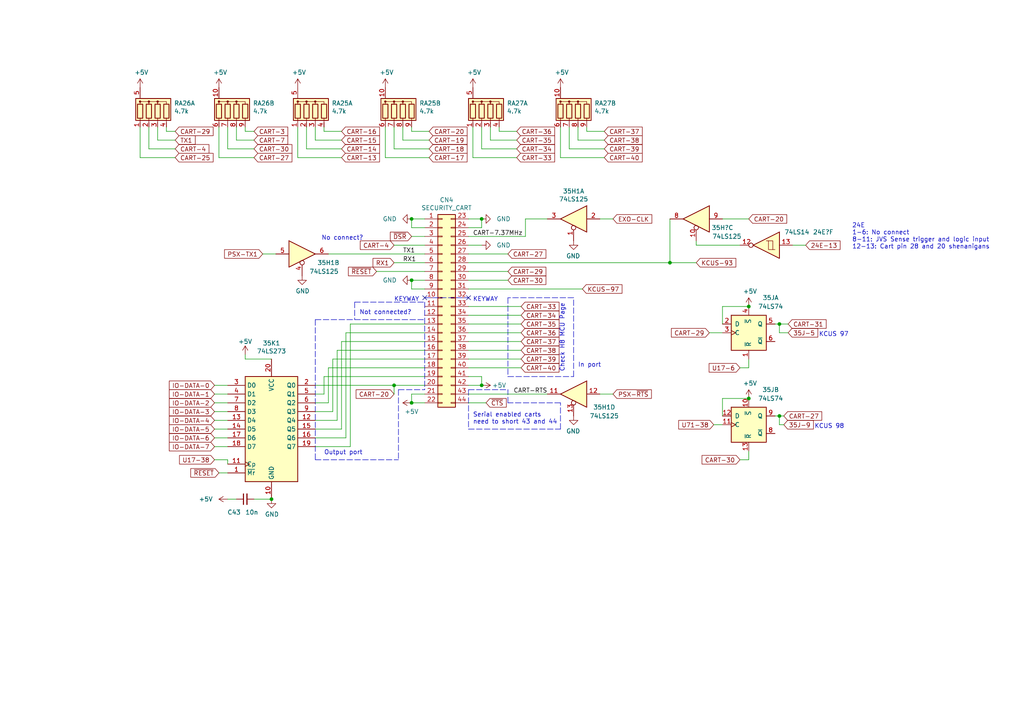
<source format=kicad_sch>
(kicad_sch (version 20211123) (generator eeschema)
  (paper "A4")
  (lib_symbols
    (symbol "74xx:74LS125" (pin_names (offset 1.016))
      (property "Reference" "U" (at 0 1.27 0))
      (property "Value" "74LS125" (at 0 -1.27 0))
      (symbol "74LS125_1_0"
        (polyline (pts (xy -3.81 3.81) (xy -3.81 -3.81) (xy 3.81 0) (xy -3.81 3.81)) (stroke (width 0.254)) (fill (type background)))
        (pin input inverted (at 0 -6.35 90) (length 4.445) (name "~") (number "1"))
        (pin input line (at -7.62 0 0) (length 3.81) (name "~") (number "2"))
        (pin tri_state line (at 7.62 0 180) (length 3.81) (name "~") (number "3"))
      )
      (symbol "74LS125_2_0"
        (polyline (pts (xy -3.81 3.81) (xy -3.81 -3.81) (xy 3.81 0) (xy -3.81 3.81)) (stroke (width 0.254)) (fill (type background)))
        (pin input inverted (at 0 -6.35 90) (length 4.445) (name "~") (number "4"))
        (pin input line (at -7.62 0 0) (length 3.81) (name "~") (number "5"))
        (pin tri_state line (at 7.62 0 180) (length 3.81) (name "~") (number "6"))
      )
      (symbol "74LS125_3_0"
        (polyline (pts (xy -3.81 3.81) (xy -3.81 -3.81) (xy 3.81 0) (xy -3.81 3.81)) (stroke (width 0.254)) (fill (type background)))
        (pin input inverted (at 0 -6.35 90) (length 4.445) (name "~") (number "10"))
        (pin tri_state line (at 7.62 0 180) (length 3.81) (name "~") (number "8"))
        (pin input line (at -7.62 0 0) (length 3.81) (name "~") (number "9"))
      )
      (symbol "74LS125_4_0"
        (polyline (pts (xy -3.81 3.81) (xy -3.81 -3.81) (xy 3.81 0) (xy -3.81 3.81)) (stroke (width 0.254)) (fill (type background)))
        (pin tri_state line (at 7.62 0 180) (length 3.81) (name "~") (number "11"))
        (pin input line (at -7.62 0 0) (length 3.81) (name "~") (number "12"))
        (pin input inverted (at 0 -6.35 90) (length 4.445) (name "~") (number "13"))
      )
      (symbol "74LS125_5_0"
        (pin power_in line (at 0 12.7 270) (length 5.08) (name "VCC") (number "14"))
        (pin power_in line (at 0 -12.7 90) (length 5.08) (name "GND") (number "7"))
      )
      (symbol "74LS125_5_1"
        (rectangle (start -5.08 7.62) (end 5.08 -7.62) (stroke (width 0.254)) (fill (type background)))
      )
    )
    (symbol "74xx:74LS14" (pin_names (offset 1.016))
      (property "Reference" "U" (at 0 1.27 0))
      (property "Value" "74LS14" (at 0 -1.27 0))
      (symbol "74LS14_1_0"
        (polyline (pts (xy -3.81 3.81) (xy -3.81 -3.81) (xy 3.81 0) (xy -3.81 3.81)) (stroke (width 0.254)) (fill (type background)))
        (pin input line (at -7.62 0 0) (length 3.81) (name "~") (number "1"))
        (pin output inverted (at 7.62 0 180) (length 3.81) (name "~") (number "2"))
      )
      (symbol "74LS14_1_1"
        (polyline (pts (xy -1.905 -1.27) (xy -1.905 1.27) (xy -0.635 1.27)))
        (polyline (pts (xy -2.54 -1.27) (xy -0.635 -1.27) (xy -0.635 1.27) (xy 0 1.27)))
      )
      (symbol "74LS14_2_0"
        (polyline (pts (xy -3.81 3.81) (xy -3.81 -3.81) (xy 3.81 0) (xy -3.81 3.81)) (stroke (width 0.254)) (fill (type background)))
        (pin input line (at -7.62 0 0) (length 3.81) (name "~") (number "3"))
        (pin output inverted (at 7.62 0 180) (length 3.81) (name "~") (number "4"))
      )
      (symbol "74LS14_2_1"
        (polyline (pts (xy -1.905 -1.27) (xy -1.905 1.27) (xy -0.635 1.27)))
        (polyline (pts (xy -2.54 -1.27) (xy -0.635 -1.27) (xy -0.635 1.27) (xy 0 1.27)))
      )
      (symbol "74LS14_3_0"
        (polyline (pts (xy -3.81 3.81) (xy -3.81 -3.81) (xy 3.81 0) (xy -3.81 3.81)) (stroke (width 0.254)) (fill (type background)))
        (pin input line (at -7.62 0 0) (length 3.81) (name "~") (number "5"))
        (pin output inverted (at 7.62 0 180) (length 3.81) (name "~") (number "6"))
      )
      (symbol "74LS14_3_1"
        (polyline (pts (xy -1.905 -1.27) (xy -1.905 1.27) (xy -0.635 1.27)))
        (polyline (pts (xy -2.54 -1.27) (xy -0.635 -1.27) (xy -0.635 1.27) (xy 0 1.27)))
      )
      (symbol "74LS14_4_0"
        (polyline (pts (xy -3.81 3.81) (xy -3.81 -3.81) (xy 3.81 0) (xy -3.81 3.81)) (stroke (width 0.254)) (fill (type background)))
        (pin output inverted (at 7.62 0 180) (length 3.81) (name "~") (number "8"))
        (pin input line (at -7.62 0 0) (length 3.81) (name "~") (number "9"))
      )
      (symbol "74LS14_4_1"
        (polyline (pts (xy -1.905 -1.27) (xy -1.905 1.27) (xy -0.635 1.27)))
        (polyline (pts (xy -2.54 -1.27) (xy -0.635 -1.27) (xy -0.635 1.27) (xy 0 1.27)))
      )
      (symbol "74LS14_5_0"
        (polyline (pts (xy -3.81 3.81) (xy -3.81 -3.81) (xy 3.81 0) (xy -3.81 3.81)) (stroke (width 0.254)) (fill (type background)))
        (pin output inverted (at 7.62 0 180) (length 3.81) (name "~") (number "10"))
        (pin input line (at -7.62 0 0) (length 3.81) (name "~") (number "11"))
      )
      (symbol "74LS14_5_1"
        (polyline (pts (xy -1.905 -1.27) (xy -1.905 1.27) (xy -0.635 1.27)))
        (polyline (pts (xy -2.54 -1.27) (xy -0.635 -1.27) (xy -0.635 1.27) (xy 0 1.27)))
      )
      (symbol "74LS14_6_0"
        (polyline (pts (xy -3.81 3.81) (xy -3.81 -3.81) (xy 3.81 0) (xy -3.81 3.81)) (stroke (width 0.254)) (fill (type background)))
        (pin output inverted (at 7.62 0 180) (length 3.81) (name "~") (number "12"))
        (pin input line (at -7.62 0 0) (length 3.81) (name "~") (number "13"))
      )
      (symbol "74LS14_6_1"
        (polyline (pts (xy -1.905 -1.27) (xy -1.905 1.27) (xy -0.635 1.27)))
        (polyline (pts (xy -2.54 -1.27) (xy -0.635 -1.27) (xy -0.635 1.27) (xy 0 1.27)))
      )
      (symbol "74LS14_7_0"
        (pin power_in line (at 0 12.7 270) (length 5.08) (name "VCC") (number "14"))
        (pin power_in line (at 0 -12.7 90) (length 5.08) (name "GND") (number "7"))
      )
      (symbol "74LS14_7_1"
        (rectangle (start -5.08 7.62) (end 5.08 -7.62) (stroke (width 0.254)) (fill (type background)))
      )
    )
    (symbol "74xx:74LS273"
      (property "Reference" "U" (at -7.62 16.51 0))
      (property "Value" "74LS273" (at -7.62 -16.51 0))
      (symbol "74LS273_1_0"
        (pin input line (at -12.7 -12.7 0) (length 5.08) (name "~{Mr}") (number "1"))
        (pin power_in line (at 0 -20.32 90) (length 5.08) (name "GND") (number "10"))
        (pin input clock (at -12.7 -10.16 0) (length 5.08) (name "Cp") (number "11"))
        (pin output line (at 12.7 2.54 180) (length 5.08) (name "Q4") (number "12"))
        (pin input line (at -12.7 2.54 0) (length 5.08) (name "D4") (number "13"))
        (pin input line (at -12.7 0 0) (length 5.08) (name "D5") (number "14"))
        (pin output line (at 12.7 0 180) (length 5.08) (name "Q5") (number "15"))
        (pin output line (at 12.7 -2.54 180) (length 5.08) (name "Q6") (number "16"))
        (pin input line (at -12.7 -2.54 0) (length 5.08) (name "D6") (number "17"))
        (pin input line (at -12.7 -5.08 0) (length 5.08) (name "D7") (number "18"))
        (pin output line (at 12.7 -5.08 180) (length 5.08) (name "Q7") (number "19"))
        (pin output line (at 12.7 12.7 180) (length 5.08) (name "Q0") (number "2"))
        (pin power_in line (at 0 20.32 270) (length 5.08) (name "VCC") (number "20"))
        (pin input line (at -12.7 12.7 0) (length 5.08) (name "D0") (number "3"))
        (pin input line (at -12.7 10.16 0) (length 5.08) (name "D1") (number "4"))
        (pin output line (at 12.7 10.16 180) (length 5.08) (name "Q1") (number "5"))
        (pin output line (at 12.7 7.62 180) (length 5.08) (name "Q2") (number "6"))
        (pin input line (at -12.7 7.62 0) (length 5.08) (name "D2") (number "7"))
        (pin input line (at -12.7 5.08 0) (length 5.08) (name "D3") (number "8"))
        (pin output line (at 12.7 5.08 180) (length 5.08) (name "Q3") (number "9"))
      )
      (symbol "74LS273_1_1"
        (rectangle (start -7.62 15.24) (end 7.62 -15.24) (stroke (width 0.254)) (fill (type background)))
      )
    )
    (symbol "74xx:74LS74" (pin_names (offset 1.016))
      (property "Reference" "U" (at -7.62 8.89 0))
      (property "Value" "74LS74" (at -7.62 -8.89 0))
      (symbol "74LS74_1_0"
        (pin input line (at 0 -7.62 90) (length 2.54) (name "~{R}") (number "1"))
        (pin input line (at -7.62 2.54 0) (length 2.54) (name "D") (number "2"))
        (pin input clock (at -7.62 0 0) (length 2.54) (name "C") (number "3"))
        (pin input line (at 0 7.62 270) (length 2.54) (name "~{S}") (number "4"))
        (pin output line (at 7.62 2.54 180) (length 2.54) (name "Q") (number "5"))
        (pin output line (at 7.62 -2.54 180) (length 2.54) (name "~{Q}") (number "6"))
      )
      (symbol "74LS74_1_1"
        (rectangle (start -5.08 5.08) (end 5.08 -5.08) (stroke (width 0.254)) (fill (type background)))
      )
      (symbol "74LS74_2_0"
        (pin input line (at 0 7.62 270) (length 2.54) (name "~{S}") (number "10"))
        (pin input clock (at -7.62 0 0) (length 2.54) (name "C") (number "11"))
        (pin input line (at -7.62 2.54 0) (length 2.54) (name "D") (number "12"))
        (pin input line (at 0 -7.62 90) (length 2.54) (name "~{R}") (number "13"))
        (pin output line (at 7.62 -2.54 180) (length 2.54) (name "~{Q}") (number "8"))
        (pin output line (at 7.62 2.54 180) (length 2.54) (name "Q") (number "9"))
      )
      (symbol "74LS74_2_1"
        (rectangle (start -5.08 5.08) (end 5.08 -5.08) (stroke (width 0.254)) (fill (type background)))
      )
      (symbol "74LS74_3_0"
        (pin power_in line (at 0 10.16 270) (length 2.54) (name "VCC") (number "14"))
        (pin power_in line (at 0 -10.16 90) (length 2.54) (name "GND") (number "7"))
      )
      (symbol "74LS74_3_1"
        (rectangle (start -5.08 7.62) (end 5.08 -7.62) (stroke (width 0.254)) (fill (type background)))
      )
    )
    (symbol "Connector_Generic:Conn_02x22_Top_Bottom" (pin_names (offset 1.016) hide)
      (property "Reference" "J" (at 1.27 27.94 0))
      (property "Value" "Conn_02x22_Top_Bottom" (at 1.27 -30.48 0))
      (symbol "Conn_02x22_Top_Bottom_1_1"
        (rectangle (start -1.27 -27.813) (end 0 -28.067) (stroke (width 0.1524)))
        (rectangle (start -1.27 -25.273) (end 0 -25.527) (stroke (width 0.1524)))
        (rectangle (start -1.27 -22.733) (end 0 -22.987) (stroke (width 0.1524)))
        (rectangle (start -1.27 -20.193) (end 0 -20.447) (stroke (width 0.1524)))
        (rectangle (start -1.27 -17.653) (end 0 -17.907) (stroke (width 0.1524)))
        (rectangle (start -1.27 -15.113) (end 0 -15.367) (stroke (width 0.1524)))
        (rectangle (start -1.27 -12.573) (end 0 -12.827) (stroke (width 0.1524)))
        (rectangle (start -1.27 -10.033) (end 0 -10.287) (stroke (width 0.1524)))
        (rectangle (start -1.27 -7.493) (end 0 -7.747) (stroke (width 0.1524)))
        (rectangle (start -1.27 -4.953) (end 0 -5.207) (stroke (width 0.1524)))
        (rectangle (start -1.27 -2.413) (end 0 -2.667) (stroke (width 0.1524)))
        (rectangle (start -1.27 0.127) (end 0 -0.127) (stroke (width 0.1524)))
        (rectangle (start -1.27 2.667) (end 0 2.413) (stroke (width 0.1524)))
        (rectangle (start -1.27 5.207) (end 0 4.953) (stroke (width 0.1524)))
        (rectangle (start -1.27 7.747) (end 0 7.493) (stroke (width 0.1524)))
        (rectangle (start -1.27 10.287) (end 0 10.033) (stroke (width 0.1524)))
        (rectangle (start -1.27 12.827) (end 0 12.573) (stroke (width 0.1524)))
        (rectangle (start -1.27 15.367) (end 0 15.113) (stroke (width 0.1524)))
        (rectangle (start -1.27 17.907) (end 0 17.653) (stroke (width 0.1524)))
        (rectangle (start -1.27 20.447) (end 0 20.193) (stroke (width 0.1524)))
        (rectangle (start -1.27 22.987) (end 0 22.733) (stroke (width 0.1524)))
        (rectangle (start -1.27 25.527) (end 0 25.273) (stroke (width 0.1524)))
        (rectangle (start -1.27 26.67) (end 3.81 -29.21) (stroke (width 0.254)) (fill (type background)))
        (rectangle (start 3.81 -27.813) (end 2.54 -28.067) (stroke (width 0.1524)))
        (rectangle (start 3.81 -25.273) (end 2.54 -25.527) (stroke (width 0.1524)))
        (rectangle (start 3.81 -22.733) (end 2.54 -22.987) (stroke (width 0.1524)))
        (rectangle (start 3.81 -20.193) (end 2.54 -20.447) (stroke (width 0.1524)))
        (rectangle (start 3.81 -17.653) (end 2.54 -17.907) (stroke (width 0.1524)))
        (rectangle (start 3.81 -15.113) (end 2.54 -15.367) (stroke (width 0.1524)))
        (rectangle (start 3.81 -12.573) (end 2.54 -12.827) (stroke (width 0.1524)))
        (rectangle (start 3.81 -10.033) (end 2.54 -10.287) (stroke (width 0.1524)))
        (rectangle (start 3.81 -7.493) (end 2.54 -7.747) (stroke (width 0.1524)))
        (rectangle (start 3.81 -4.953) (end 2.54 -5.207) (stroke (width 0.1524)))
        (rectangle (start 3.81 -2.413) (end 2.54 -2.667) (stroke (width 0.1524)))
        (rectangle (start 3.81 0.127) (end 2.54 -0.127) (stroke (width 0.1524)))
        (rectangle (start 3.81 2.667) (end 2.54 2.413) (stroke (width 0.1524)))
        (rectangle (start 3.81 5.207) (end 2.54 4.953) (stroke (width 0.1524)))
        (rectangle (start 3.81 7.747) (end 2.54 7.493) (stroke (width 0.1524)))
        (rectangle (start 3.81 10.287) (end 2.54 10.033) (stroke (width 0.1524)))
        (rectangle (start 3.81 12.827) (end 2.54 12.573) (stroke (width 0.1524)))
        (rectangle (start 3.81 15.367) (end 2.54 15.113) (stroke (width 0.1524)))
        (rectangle (start 3.81 17.907) (end 2.54 17.653) (stroke (width 0.1524)))
        (rectangle (start 3.81 20.447) (end 2.54 20.193) (stroke (width 0.1524)))
        (rectangle (start 3.81 22.987) (end 2.54 22.733) (stroke (width 0.1524)))
        (rectangle (start 3.81 25.527) (end 2.54 25.273) (stroke (width 0.1524)))
        (pin passive line (at -5.08 25.4 0) (length 3.81) (name "Pin_1") (number "1"))
        (pin passive line (at -5.08 2.54 0) (length 3.81) (name "Pin_10") (number "10"))
        (pin passive line (at -5.08 0 0) (length 3.81) (name "Pin_11") (number "11"))
        (pin passive line (at -5.08 -2.54 0) (length 3.81) (name "Pin_12") (number "12"))
        (pin passive line (at -5.08 -5.08 0) (length 3.81) (name "Pin_13") (number "13"))
        (pin passive line (at -5.08 -7.62 0) (length 3.81) (name "Pin_14") (number "14"))
        (pin passive line (at -5.08 -10.16 0) (length 3.81) (name "Pin_15") (number "15"))
        (pin passive line (at -5.08 -12.7 0) (length 3.81) (name "Pin_16") (number "16"))
        (pin passive line (at -5.08 -15.24 0) (length 3.81) (name "Pin_17") (number "17"))
        (pin passive line (at -5.08 -17.78 0) (length 3.81) (name "Pin_18") (number "18"))
        (pin passive line (at -5.08 -20.32 0) (length 3.81) (name "Pin_19") (number "19"))
        (pin passive line (at -5.08 22.86 0) (length 3.81) (name "Pin_2") (number "2"))
        (pin passive line (at -5.08 -22.86 0) (length 3.81) (name "Pin_20") (number "20"))
        (pin passive line (at -5.08 -25.4 0) (length 3.81) (name "Pin_21") (number "21"))
        (pin passive line (at -5.08 -27.94 0) (length 3.81) (name "Pin_22") (number "22"))
        (pin passive line (at 7.62 25.4 180) (length 3.81) (name "Pin_23") (number "23"))
        (pin passive line (at 7.62 22.86 180) (length 3.81) (name "Pin_24") (number "24"))
        (pin passive line (at 7.62 20.32 180) (length 3.81) (name "Pin_25") (number "25"))
        (pin passive line (at 7.62 17.78 180) (length 3.81) (name "Pin_26") (number "26"))
        (pin passive line (at 7.62 15.24 180) (length 3.81) (name "Pin_27") (number "27"))
        (pin passive line (at 7.62 12.7 180) (length 3.81) (name "Pin_28") (number "28"))
        (pin passive line (at 7.62 10.16 180) (length 3.81) (name "Pin_29") (number "29"))
        (pin passive line (at -5.08 20.32 0) (length 3.81) (name "Pin_3") (number "3"))
        (pin passive line (at 7.62 7.62 180) (length 3.81) (name "Pin_30") (number "30"))
        (pin passive line (at 7.62 5.08 180) (length 3.81) (name "Pin_31") (number "31"))
        (pin passive line (at 7.62 2.54 180) (length 3.81) (name "Pin_32") (number "32"))
        (pin passive line (at 7.62 0 180) (length 3.81) (name "Pin_33") (number "33"))
        (pin passive line (at 7.62 -2.54 180) (length 3.81) (name "Pin_34") (number "34"))
        (pin passive line (at 7.62 -5.08 180) (length 3.81) (name "Pin_35") (number "35"))
        (pin passive line (at 7.62 -7.62 180) (length 3.81) (name "Pin_36") (number "36"))
        (pin passive line (at 7.62 -10.16 180) (length 3.81) (name "Pin_37") (number "37"))
        (pin passive line (at 7.62 -12.7 180) (length 3.81) (name "Pin_38") (number "38"))
        (pin passive line (at 7.62 -15.24 180) (length 3.81) (name "Pin_39") (number "39"))
        (pin passive line (at -5.08 17.78 0) (length 3.81) (name "Pin_4") (number "4"))
        (pin passive line (at 7.62 -17.78 180) (length 3.81) (name "Pin_40") (number "40"))
        (pin passive line (at 7.62 -20.32 180) (length 3.81) (name "Pin_41") (number "41"))
        (pin passive line (at 7.62 -22.86 180) (length 3.81) (name "Pin_42") (number "42"))
        (pin passive line (at 7.62 -25.4 180) (length 3.81) (name "Pin_43") (number "43"))
        (pin passive line (at 7.62 -27.94 180) (length 3.81) (name "Pin_44") (number "44"))
        (pin passive line (at -5.08 15.24 0) (length 3.81) (name "Pin_5") (number "5"))
        (pin passive line (at -5.08 12.7 0) (length 3.81) (name "Pin_6") (number "6"))
        (pin passive line (at -5.08 10.16 0) (length 3.81) (name "Pin_7") (number "7"))
        (pin passive line (at -5.08 7.62 0) (length 3.81) (name "Pin_8") (number "8"))
        (pin passive line (at -5.08 5.08 0) (length 3.81) (name "Pin_9") (number "9"))
      )
    )
    (symbol "Device:C_Small" (pin_numbers hide) (pin_names (offset 0.254) hide)
      (property "Reference" "C" (at 0.254 1.778 0))
      (property "Value" "C_Small" (at 0.254 -2.032 0))
      (symbol "C_Small_0_1"
        (polyline (pts (xy -1.524 -0.508) (xy 1.524 -0.508)) (stroke (width 0.3302)))
        (polyline (pts (xy -1.524 0.508) (xy 1.524 0.508)) (stroke (width 0.3048)))
      )
      (symbol "C_Small_1_1"
        (pin passive line (at 0 2.54 270) (length 2.032) (name "~") (number "1"))
        (pin passive line (at 0 -2.54 90) (length 2.032) (name "~") (number "2"))
      )
    )
    (symbol "Ksys573-rescue:R_Dual_Network08_Split-Device" (pin_names (offset 0) hide)
      (property "Reference" "RN" (at -7.62 0 90))
      (property "Value" "R_Dual_Network08_Split-Device" (at 5.08 0 90))
      (symbol "R_Dual_Network08_Split-Device_0_1"
        (rectangle (start -6.35 -3.175) (end 3.81 3.175) (stroke (width 0.254)) (fill (type background)))
        (rectangle (start -5.842 1.524) (end -4.318 -2.54) (stroke (width 0.254)))
        (circle (center -5.08 2.286) (radius 0.254) (fill (type outline)))
        (rectangle (start -3.302 1.524) (end -1.778 -2.54) (stroke (width 0.254)))
        (circle (center -2.54 2.286) (radius 0.254) (fill (type outline)))
        (rectangle (start -0.762 1.524) (end 0.762 -2.54) (stroke (width 0.254)))
        (polyline (pts (xy -5.08 -2.54) (xy -5.08 -3.81)))
        (polyline (pts (xy -2.54 -2.54) (xy -2.54 -3.81)))
        (polyline (pts (xy 0 -2.54) (xy 0 -3.81)))
        (polyline (pts (xy 2.54 -2.54) (xy 2.54 -3.81)))
        (polyline (pts (xy -5.08 1.524) (xy -5.08 2.286) (xy -2.54 2.286) (xy -2.54 1.524)))
        (polyline (pts (xy -2.54 1.524) (xy -2.54 2.286) (xy 0 2.286) (xy 0 1.524)))
        (polyline (pts (xy 0 1.524) (xy 0 2.286) (xy 2.54 2.286) (xy 2.54 1.524)))
        (circle (center 0 2.286) (radius 0.254) (fill (type outline)))
        (rectangle (start 1.778 1.524) (end 3.302 -2.54) (stroke (width 0.254)))
      )
      (symbol "R_Dual_Network08_Split-Device_1_1"
        (pin passive line (at -5.08 -5.08 90) (length 1.27) (name "R1") (number "1"))
        (pin passive line (at -2.54 -5.08 90) (length 1.27) (name "R2") (number "2"))
        (pin passive line (at 0 -5.08 90) (length 1.27) (name "R3") (number "3"))
        (pin passive line (at 2.54 -5.08 90) (length 1.27) (name "R4") (number "4"))
        (pin passive line (at -5.08 6.35 270) (length 2.9972) (name "common") (number "5"))
      )
      (symbol "R_Dual_Network08_Split-Device_2_1"
        (pin passive line (at -5.08 6.35 270) (length 2.9972) (name "common") (number "10"))
        (pin passive line (at -5.08 -5.08 90) (length 1.27) (name "R5") (number "6"))
        (pin passive line (at -2.54 -5.08 90) (length 1.27) (name "R6") (number "7"))
        (pin passive line (at 0 -5.08 90) (length 1.27) (name "R7") (number "8"))
        (pin passive line (at 2.54 -5.08 90) (length 1.27) (name "R8") (number "9"))
      )
    )
    (symbol "power:+5V" (power) (pin_names (offset 0))
      (property "Value" "+5V" (at 0 3.556 0))
      (symbol "+5V_0_1"
        (polyline (pts (xy -0.762 1.27) (xy 0 2.54)))
        (polyline (pts (xy 0 0) (xy 0 2.54)))
        (polyline (pts (xy 0 2.54) (xy 0.762 1.27)))
      )
      (symbol "+5V_1_1"
        (pin power_in line (at 0 0 90) (length 0) hide (name "+5V") (number "1"))
      )
    )
    (symbol "power:GND" (power) (pin_names (offset 0))
      (property "Value" "GND" (at 0 -3.81 0))
      (symbol "GND_0_1"
        (polyline (pts (xy 0 0) (xy 0 -1.27) (xy 1.27 -1.27) (xy 0 -2.54) (xy -1.27 -1.27) (xy 0 -1.27)))
      )
      (symbol "GND_1_1"
        (pin power_in line (at 0 0 270) (length 0) hide (name "GND") (number "1"))
      )
    )
  )
  (junction (at 194.31 76.2))
  (junction (at 119.38 81.28))
  (junction (at 226.06 120.65))
  (junction (at 217.17 115.57))
  (junction (at 139.7 111.76))
  (junction (at 217.17 88.9))
  (junction (at 139.7 63.5))
  (junction (at 119.38 63.5))
  (junction (at 226.06 93.98))
  (junction (at 114.3 111.76))
  (junction (at 119.38 116.84))
  (junction (at 78.74 144.78))
  (no_connect (at 123.19 86.36))
  (no_connect (at 135.89 86.36))
  (wire (pts (xy 66.04 133.35) (xy 66.04 134.62)))
  (wire (pts (xy 217.17 106.68) (xy 217.17 104.14)))
  (wire (pts (xy 214.63 71.12) (xy 201.93 71.12)))
  (wire (pts (xy 139.7 71.12) (xy 135.89 71.12)))
  (wire (pts (xy 217.17 88.9) (xy 209.55 88.9)))
  (wire (pts (xy 228.6 96.52) (xy 226.06 96.52)))
  (wire (pts (xy 214.63 106.68) (xy 217.17 106.68)))
  (wire (pts (xy 209.55 88.9) (xy 209.55 93.98)))
  (wire (pts (xy 201.93 76.2) (xy 194.31 76.2)))
  (wire (pts (xy 101.6 93.98) (xy 123.19 93.98)))
  (wire (pts (xy 73.66 40.64) (xy 68.58 40.64)))
  (wire (pts (xy 135.89 76.2) (xy 194.31 76.2)))
  (wire (pts (xy 68.58 40.64) (xy 68.58 36.83)))
  (wire (pts (xy 217.17 133.35) (xy 217.17 130.81)))
  (wire (pts (xy 123.19 106.68) (xy 95.25 106.68)))
  (wire (pts (xy 71.12 104.14) (xy 71.12 102.87)))
  (wire (pts (xy 50.8 38.1) (xy 48.26 38.1)))
  (wire (pts (xy 73.66 144.78) (xy 78.74 144.78)))
  (wire (pts (xy 207.01 123.19) (xy 209.55 123.19)))
  (wire (pts (xy 119.38 38.1) (xy 119.38 36.83)))
  (wire (pts (xy 62.23 133.35) (xy 66.04 133.35)))
  (wire (pts (xy 123.19 83.82) (xy 119.38 83.82)))
  (wire (pts (xy 91.44 114.3) (xy 93.98 114.3)))
  (wire (pts (xy 137.16 45.72) (xy 149.86 45.72)))
  (wire (pts (xy 73.66 43.18) (xy 66.04 43.18)))
  (polyline (pts (xy 147.32 116.84) (xy 147.32 113.03)))
  (wire (pts (xy 97.79 101.6) (xy 123.19 101.6)))
  (wire (pts (xy 139.7 111.76) (xy 139.7 109.22)))
  (wire (pts (xy 209.55 115.57) (xy 209.55 120.65)))
  (wire (pts (xy 95.25 106.68) (xy 95.25 116.84)))
  (wire (pts (xy 147.32 81.28) (xy 135.89 81.28)))
  (wire (pts (xy 144.78 38.1) (xy 144.78 36.83)))
  (wire (pts (xy 135.89 88.9) (xy 151.13 88.9)))
  (wire (pts (xy 119.38 68.58) (xy 123.19 68.58)))
  (wire (pts (xy 139.7 43.18) (xy 149.86 43.18)))
  (wire (pts (xy 144.78 38.1) (xy 149.86 38.1)))
  (wire (pts (xy 91.44 121.92) (xy 97.79 121.92)))
  (wire (pts (xy 119.38 63.5) (xy 123.19 63.5)))
  (wire (pts (xy 50.8 43.18) (xy 43.18 43.18)))
  (wire (pts (xy 99.06 99.06) (xy 99.06 124.46)))
  (wire (pts (xy 165.1 43.18) (xy 175.26 43.18)))
  (wire (pts (xy 137.16 45.72) (xy 137.16 36.83)))
  (wire (pts (xy 135.89 96.52) (xy 151.13 96.52)))
  (wire (pts (xy 88.9 43.18) (xy 99.06 43.18)))
  (wire (pts (xy 116.84 40.64) (xy 116.84 36.83)))
  (wire (pts (xy 217.17 115.57) (xy 209.55 115.57)))
  (wire (pts (xy 96.52 104.14) (xy 96.52 119.38)))
  (wire (pts (xy 93.98 38.1) (xy 93.98 36.83)))
  (wire (pts (xy 217.17 63.5) (xy 209.55 63.5)))
  (polyline (pts (xy 135.89 113.03) (xy 147.32 113.03)))
  (polyline (pts (xy 123.19 86.36) (xy 135.89 86.36)))
  (wire (pts (xy 123.19 104.14) (xy 96.52 104.14)))
  (wire (pts (xy 99.06 99.06) (xy 123.19 99.06)))
  (wire (pts (xy 177.8 114.3) (xy 173.99 114.3)))
  (wire (pts (xy 229.87 71.12) (xy 233.68 71.12)))
  (wire (pts (xy 139.7 43.18) (xy 139.7 36.83)))
  (wire (pts (xy 227.33 120.65) (xy 226.06 120.65)))
  (polyline (pts (xy 135.89 124.46) (xy 162.56 124.46)))
  (wire (pts (xy 135.89 101.6) (xy 151.13 101.6)))
  (wire (pts (xy 43.18 43.18) (xy 43.18 36.83)))
  (wire (pts (xy 91.44 129.54) (xy 101.6 129.54)))
  (wire (pts (xy 62.23 119.38) (xy 66.04 119.38)))
  (wire (pts (xy 114.3 43.18) (xy 124.46 43.18)))
  (wire (pts (xy 226.06 120.65) (xy 224.79 120.65)))
  (wire (pts (xy 135.89 83.82) (xy 168.91 83.82)))
  (wire (pts (xy 139.7 109.22) (xy 135.89 109.22)))
  (wire (pts (xy 135.89 73.66) (xy 147.32 73.66)))
  (wire (pts (xy 71.12 38.1) (xy 71.12 36.83)))
  (polyline (pts (xy 91.44 92.71) (xy 123.19 92.71)))
  (wire (pts (xy 170.18 38.1) (xy 170.18 36.83)))
  (wire (pts (xy 135.89 66.04) (xy 139.7 66.04)))
  (wire (pts (xy 101.6 93.98) (xy 101.6 129.54)))
  (polyline (pts (xy 166.37 109.22) (xy 166.37 86.36)))
  (wire (pts (xy 114.3 111.76) (xy 123.19 111.76)))
  (wire (pts (xy 93.98 38.1) (xy 99.06 38.1)))
  (wire (pts (xy 119.38 116.84) (xy 123.19 116.84)))
  (polyline (pts (xy 102.87 87.63) (xy 123.19 87.63)))
  (wire (pts (xy 45.72 40.64) (xy 45.72 36.83)))
  (wire (pts (xy 201.93 71.12) (xy 201.93 69.85)))
  (polyline (pts (xy 147.32 109.22) (xy 166.37 109.22)))
  (wire (pts (xy 135.89 114.3) (xy 158.75 114.3)))
  (wire (pts (xy 135.89 99.06) (xy 151.13 99.06)))
  (wire (pts (xy 91.44 40.64) (xy 91.44 36.83)))
  (polyline (pts (xy 162.56 124.46) (xy 162.56 116.84)))
  (wire (pts (xy 97.79 101.6) (xy 97.79 121.92)))
  (wire (pts (xy 135.89 104.14) (xy 151.13 104.14)))
  (wire (pts (xy 63.5 45.72) (xy 63.5 36.83)))
  (wire (pts (xy 50.8 45.72) (xy 40.64 45.72)))
  (polyline (pts (xy 115.57 113.03) (xy 123.19 113.03)))
  (wire (pts (xy 123.19 109.22) (xy 93.98 109.22)))
  (wire (pts (xy 66.04 144.78) (xy 68.58 144.78)))
  (wire (pts (xy 109.22 78.74) (xy 123.19 78.74)))
  (wire (pts (xy 214.63 133.35) (xy 217.17 133.35)))
  (wire (pts (xy 48.26 38.1) (xy 48.26 36.83)))
  (wire (pts (xy 62.23 127) (xy 66.04 127)))
  (wire (pts (xy 135.89 68.58) (xy 152.4 68.58)))
  (wire (pts (xy 63.5 137.16) (xy 66.04 137.16)))
  (wire (pts (xy 114.3 76.2) (xy 123.19 76.2)))
  (wire (pts (xy 226.06 96.52) (xy 226.06 93.98)))
  (wire (pts (xy 50.8 40.64) (xy 45.72 40.64)))
  (wire (pts (xy 114.3 114.3) (xy 114.3 111.76)))
  (wire (pts (xy 142.24 40.64) (xy 142.24 36.83)))
  (wire (pts (xy 205.74 96.52) (xy 209.55 96.52)))
  (wire (pts (xy 66.04 43.18) (xy 66.04 36.83)))
  (wire (pts (xy 226.06 93.98) (xy 224.79 93.98)))
  (wire (pts (xy 71.12 104.14) (xy 78.74 104.14)))
  (wire (pts (xy 167.64 40.64) (xy 167.64 36.83)))
  (wire (pts (xy 116.84 40.64) (xy 124.46 40.64)))
  (wire (pts (xy 123.19 66.04) (xy 119.38 66.04)))
  (wire (pts (xy 91.44 40.64) (xy 99.06 40.64)))
  (wire (pts (xy 95.25 73.66) (xy 123.19 73.66)))
  (wire (pts (xy 119.38 116.84) (xy 119.38 114.3)))
  (wire (pts (xy 158.75 63.5) (xy 152.4 63.5)))
  (wire (pts (xy 162.56 45.72) (xy 162.56 36.83)))
  (wire (pts (xy 135.89 106.68) (xy 151.13 106.68)))
  (wire (pts (xy 91.44 119.38) (xy 96.52 119.38)))
  (wire (pts (xy 80.01 73.66) (xy 76.2 73.66)))
  (polyline (pts (xy 166.37 86.36) (xy 147.32 86.36)))
  (polyline (pts (xy 135.89 113.03) (xy 135.89 124.46)))
  (wire (pts (xy 139.7 66.04) (xy 139.7 63.5)))
  (wire (pts (xy 62.23 121.92) (xy 66.04 121.92)))
  (wire (pts (xy 100.33 96.52) (xy 100.33 127)))
  (wire (pts (xy 88.9 43.18) (xy 88.9 36.83)))
  (wire (pts (xy 100.33 127) (xy 91.44 127)))
  (polyline (pts (xy 123.19 87.63) (xy 123.19 113.03)))
  (wire (pts (xy 139.7 63.5) (xy 135.89 63.5)))
  (wire (pts (xy 119.38 66.04) (xy 119.38 63.5)))
  (wire (pts (xy 111.76 45.72) (xy 111.76 36.83)))
  (wire (pts (xy 86.36 45.72) (xy 99.06 45.72)))
  (wire (pts (xy 139.7 111.76) (xy 135.89 111.76)))
  (wire (pts (xy 177.8 63.5) (xy 173.99 63.5)))
  (wire (pts (xy 152.4 63.5) (xy 152.4 68.58)))
  (wire (pts (xy 73.66 45.72) (xy 63.5 45.72)))
  (wire (pts (xy 114.3 43.18) (xy 114.3 36.83)))
  (wire (pts (xy 135.89 91.44) (xy 151.13 91.44)))
  (wire (pts (xy 119.38 38.1) (xy 124.46 38.1)))
  (wire (pts (xy 142.24 40.64) (xy 149.86 40.64)))
  (wire (pts (xy 119.38 81.28) (xy 123.19 81.28)))
  (wire (pts (xy 40.64 45.72) (xy 40.64 36.83)))
  (wire (pts (xy 86.36 45.72) (xy 86.36 36.83)))
  (wire (pts (xy 147.32 78.74) (xy 135.89 78.74)))
  (wire (pts (xy 226.06 123.19) (xy 226.06 120.65)))
  (polyline (pts (xy 91.44 92.71) (xy 91.44 133.35)))
  (wire (pts (xy 93.98 109.22) (xy 93.98 114.3)))
  (wire (pts (xy 194.31 63.5) (xy 194.31 76.2)))
  (wire (pts (xy 91.44 116.84) (xy 95.25 116.84)))
  (wire (pts (xy 62.23 114.3) (xy 66.04 114.3)))
  (wire (pts (xy 62.23 129.54) (xy 66.04 129.54)))
  (wire (pts (xy 91.44 124.46) (xy 99.06 124.46)))
  (wire (pts (xy 62.23 111.76) (xy 66.04 111.76)))
  (wire (pts (xy 119.38 114.3) (xy 123.19 114.3)))
  (wire (pts (xy 119.38 83.82) (xy 119.38 81.28)))
  (wire (pts (xy 227.33 123.19) (xy 226.06 123.19)))
  (wire (pts (xy 114.3 71.12) (xy 123.19 71.12)))
  (wire (pts (xy 165.1 43.18) (xy 165.1 36.83)))
  (wire (pts (xy 100.33 96.52) (xy 123.19 96.52)))
  (wire (pts (xy 62.23 124.46) (xy 66.04 124.46)))
  (wire (pts (xy 62.23 116.84) (xy 66.04 116.84)))
  (wire (pts (xy 170.18 38.1) (xy 175.26 38.1)))
  (wire (pts (xy 140.97 116.84) (xy 135.89 116.84)))
  (wire (pts (xy 111.76 45.72) (xy 124.46 45.72)))
  (wire (pts (xy 73.66 38.1) (xy 71.12 38.1)))
  (wire (pts (xy 162.56 45.72) (xy 175.26 45.72)))
  (wire (pts (xy 228.6 93.98) (xy 226.06 93.98)))
  (polyline (pts (xy 91.44 133.35) (xy 115.57 133.35)))
  (wire (pts (xy 167.64 40.64) (xy 175.26 40.64)))
  (wire (pts (xy 114.3 111.76) (xy 91.44 111.76)))
  (wire (pts (xy 135.89 93.98) (xy 151.13 93.98)))
  (polyline (pts (xy 147.32 86.36) (xy 147.32 109.22)))
  (polyline (pts (xy 162.56 116.84) (xy 147.32 116.84)))
  (polyline (pts (xy 115.57 113.03) (xy 115.57 133.35)))
  (polyline (pts (xy 102.87 87.63) (xy 102.87 92.71)))
  (text "Not connected?" (at 119.38 91.44 180) (effects (font (size 1.27 1.27)) (justify right bottom)))
  (text "Output port" (at 93.98 132.08 0) (effects (font (size 1.27 1.27)) (justify left bottom)))
  (text "In port" (at 167.64 106.68 0) (effects (font (size 1.27 1.27)) (justify left bottom)))
  (text "Check H8 MCU Page" (at 163.83 107.95 90) (effects (font (size 1.27 1.27)) (justify left bottom)))
  (text "KCUS 97" (at 237.49 97.79 0) (effects (font (size 1.27 1.27)) (justify left bottom)))
  (text "KEYWAY" (at 114.3 87.63 0) (effects (font (size 1.27 1.27)) (justify left bottom)))
  (text "KEYWAY" (at 137.16 87.63 0) (effects (font (size 1.27 1.27)) (justify left bottom)))
  (text "KCUS 98" (at 236.22 124.46 0) (effects (font (size 1.27 1.27)) (justify left bottom)))
  (text "No connect?" (at 105.41 69.85 180) (effects (font (size 1.27 1.27)) (justify right bottom)))
  (text "24E\n1-6: No connect\n8-11: JVS Sense trigger and logic input\n12-13: Cart pin 28 and 20 shenanigans" (at 247.142 72.39 0) (effects (font (size 1.27 1.27)) (justify left bottom)))
  (text "Serial enabled carts\nneed to short 43 and 44" (at 137.16 123.19 0) (effects (font (size 1.27 1.27)) (justify left bottom)))
  (label "CART-RTS" (at 158.75 114.3 180))
  (label "RX1" (at 116.84 76.2 0))
  (label "TX1" (at 116.84 73.66 0))
  (label "CART-7.37MHz" (at 137.16 68.58 0))
  (global_label "CART-38" (shape input) (at 175.26 40.64 0) (property "Intersheet References" "${INTERSHEET_REFS}" (effects hide)))
  (global_label "IO-DATA-4" (shape input) (at 62.23 121.92 180) (property "Intersheet References" "${INTERSHEET_REFS}" (effects hide)))
  (global_label "IO-DATA-5" (shape input) (at 62.23 124.46 180) (property "Intersheet References" "${INTERSHEET_REFS}" (effects hide)))
  (global_label "CART-16" (shape input) (at 99.06 38.1 0) (property "Intersheet References" "${INTERSHEET_REFS}" (effects hide)))
  (global_label "CART-18" (shape input) (at 124.46 43.18 0) (property "Intersheet References" "${INTERSHEET_REFS}" (effects hide)))
  (global_label "CART-34" (shape input) (at 151.13 91.44 0) (property "Intersheet References" "${INTERSHEET_REFS}" (effects hide)))
  (global_label "CART-27" (shape input) (at 73.66 45.72 0) (property "Intersheet References" "${INTERSHEET_REFS}" (effects hide)))
  (global_label "CART-36" (shape input) (at 151.13 96.52 0) (property "Intersheet References" "${INTERSHEET_REFS}" (effects hide)))
  (global_label "IO-DATA-2" (shape input) (at 62.23 116.84 180) (property "Intersheet References" "${INTERSHEET_REFS}" (effects hide)))
  (global_label "CART-35" (shape input) (at 151.13 93.98 0) (property "Intersheet References" "${INTERSHEET_REFS}" (effects hide)))
  (global_label "KCUS-97" (shape input) (at 168.91 83.82 0) (property "Intersheet References" "${INTERSHEET_REFS}" (effects hide)))
  (global_label "35J-5" (shape input) (at 228.6 96.52 0) (property "Intersheet References" "${INTERSHEET_REFS}" (effects hide)))
  (global_label "CART-36" (shape input) (at 149.86 38.1 0) (property "Intersheet References" "${INTERSHEET_REFS}" (effects hide)))
  (global_label "CART-34" (shape input) (at 149.86 43.18 0) (property "Intersheet References" "${INTERSHEET_REFS}" (effects hide)))
  (global_label "CART-40" (shape input) (at 175.26 45.72 0) (property "Intersheet References" "${INTERSHEET_REFS}" (effects hide)))
  (global_label "CART-30" (shape input) (at 73.66 43.18 0) (property "Intersheet References" "${INTERSHEET_REFS}" (effects hide)))
  (global_label "U17-38" (shape input) (at 62.23 133.35 180) (property "Intersheet References" "${INTERSHEET_REFS}" (effects hide)))
  (global_label "~{RESET}" (shape input) (at 109.22 78.74 180) (property "Intersheet References" "${INTERSHEET_REFS}" (effects hide)))
  (global_label "CART-31" (shape input) (at 228.6 93.98 0) (property "Intersheet References" "${INTERSHEET_REFS}" (effects hide)))
  (global_label "CART-27" (shape input) (at 147.32 73.66 0) (property "Intersheet References" "${INTERSHEET_REFS}" (effects hide)))
  (global_label "IO-DATA-1" (shape input) (at 62.23 114.3 180) (property "Intersheet References" "${INTERSHEET_REFS}" (effects hide)))
  (global_label "CART-39" (shape input) (at 151.13 104.14 0) (property "Intersheet References" "${INTERSHEET_REFS}" (effects hide)))
  (global_label "PSX-TX1" (shape input) (at 76.2 73.66 180) (property "Intersheet References" "${INTERSHEET_REFS}" (effects hide)))
  (global_label "CART-29" (shape input) (at 205.74 96.52 180) (property "Intersheet References" "${INTERSHEET_REFS}" (effects hide)))
  (global_label "CART-20" (shape input) (at 217.17 63.5 0) (property "Intersheet References" "${INTERSHEET_REFS}" (effects hide)))
  (global_label "RX1" (shape input) (at 114.3 76.2 180) (property "Intersheet References" "${INTERSHEET_REFS}" (effects hide)))
  (global_label "~{DSR}" (shape input) (at 119.38 68.58 180) (property "Intersheet References" "${INTERSHEET_REFS}" (effects hide)))
  (global_label "U71-38" (shape input) (at 207.01 123.19 180) (property "Intersheet References" "${INTERSHEET_REFS}" (effects hide)))
  (global_label "CART-4" (shape input) (at 50.8 43.18 0) (property "Intersheet References" "${INTERSHEET_REFS}" (effects hide)))
  (global_label "CART-13" (shape input) (at 99.06 45.72 0) (property "Intersheet References" "${INTERSHEET_REFS}" (effects hide)))
  (global_label "EXO-CLK" (shape input) (at 177.8 63.5 0) (property "Intersheet References" "${INTERSHEET_REFS}" (effects hide)))
  (global_label "CART-40" (shape input) (at 151.13 106.68 0) (property "Intersheet References" "${INTERSHEET_REFS}" (effects hide)))
  (global_label "TX1" (shape input) (at 50.8 40.64 0) (property "Intersheet References" "${INTERSHEET_REFS}" (effects hide)))
  (global_label "24E-13" (shape input) (at 233.68 71.12 0) (property "Intersheet References" "${INTERSHEET_REFS}" (effects hide)))
  (global_label "~{RESET}" (shape input) (at 63.5 137.16 180) (property "Intersheet References" "${INTERSHEET_REFS}" (effects hide)))
  (global_label "IO-DATA-7" (shape input) (at 62.23 129.54 180) (property "Intersheet References" "${INTERSHEET_REFS}" (effects hide)))
  (global_label "KCUS-93" (shape input) (at 201.93 76.2 0) (property "Intersheet References" "${INTERSHEET_REFS}" (effects hide)))
  (global_label "CART-4" (shape input) (at 114.3 71.12 180) (property "Intersheet References" "${INTERSHEET_REFS}" (effects hide)))
  (global_label "CART-7" (shape input) (at 73.66 40.64 0) (property "Intersheet References" "${INTERSHEET_REFS}" (effects hide)))
  (global_label "CART-38" (shape input) (at 151.13 101.6 0) (property "Intersheet References" "${INTERSHEET_REFS}" (effects hide)))
  (global_label "CART-29" (shape input) (at 50.8 38.1 0) (property "Intersheet References" "${INTERSHEET_REFS}" (effects hide)))
  (global_label "CART-27" (shape input) (at 227.33 120.65 0) (property "Intersheet References" "${INTERSHEET_REFS}" (effects hide)))
  (global_label "CART-37" (shape input) (at 151.13 99.06 0) (property "Intersheet References" "${INTERSHEET_REFS}" (effects hide)))
  (global_label "CART-20" (shape input) (at 114.3 114.3 180) (property "Intersheet References" "${INTERSHEET_REFS}" (effects hide)))
  (global_label "CART-15" (shape input) (at 99.06 40.64 0) (property "Intersheet References" "${INTERSHEET_REFS}" (effects hide)))
  (global_label "CART-17" (shape input) (at 124.46 45.72 0) (property "Intersheet References" "${INTERSHEET_REFS}" (effects hide)))
  (global_label "CART-30" (shape input) (at 147.32 81.28 0) (property "Intersheet References" "${INTERSHEET_REFS}" (effects hide)))
  (global_label "U17-6" (shape input) (at 214.63 106.68 180) (property "Intersheet References" "${INTERSHEET_REFS}" (effects hide)))
  (global_label "CART-20" (shape input) (at 124.46 38.1 0) (property "Intersheet References" "${INTERSHEET_REFS}" (effects hide)))
  (global_label "IO-DATA-6" (shape input) (at 62.23 127 180) (property "Intersheet References" "${INTERSHEET_REFS}" (effects hide)))
  (global_label "CART-30" (shape input) (at 214.63 133.35 180) (property "Intersheet References" "${INTERSHEET_REFS}" (effects hide)))
  (global_label "CART-39" (shape input) (at 175.26 43.18 0) (property "Intersheet References" "${INTERSHEET_REFS}" (effects hide)))
  (global_label "~{CTS}" (shape input) (at 140.97 116.84 0) (property "Intersheet References" "${INTERSHEET_REFS}" (effects hide)))
  (global_label "CART-33" (shape input) (at 149.86 45.72 0) (property "Intersheet References" "${INTERSHEET_REFS}" (effects hide)))
  (global_label "CART-33" (shape input) (at 151.13 88.9 0) (property "Intersheet References" "${INTERSHEET_REFS}" (effects hide)))
  (global_label "CART-14" (shape input) (at 99.06 43.18 0) (property "Intersheet References" "${INTERSHEET_REFS}" (effects hide)))
  (global_label "CART-3" (shape input) (at 73.66 38.1 0) (property "Intersheet References" "${INTERSHEET_REFS}" (effects hide)))
  (global_label "IO-DATA-0" (shape input) (at 62.23 111.76 180) (property "Intersheet References" "${INTERSHEET_REFS}" (effects hide)))
  (global_label "IO-DATA-3" (shape input) (at 62.23 119.38 180) (property "Intersheet References" "${INTERSHEET_REFS}" (effects hide)))
  (global_label "CART-37" (shape input) (at 175.26 38.1 0) (property "Intersheet References" "${INTERSHEET_REFS}" (effects hide)))
  (global_label "CART-19" (shape input) (at 124.46 40.64 0) (property "Intersheet References" "${INTERSHEET_REFS}" (effects hide)))
  (global_label "35J-9" (shape input) (at 227.33 123.19 0) (property "Intersheet References" "${INTERSHEET_REFS}" (effects hide)))
  (global_label "CART-35" (shape input) (at 149.86 40.64 0) (property "Intersheet References" "${INTERSHEET_REFS}" (effects hide)))
  (global_label "CART-29" (shape input) (at 147.32 78.74 0) (property "Intersheet References" "${INTERSHEET_REFS}" (effects hide)))
  (global_label "PSX-~{RTS}" (shape input) (at 177.8 114.3 0) (property "Intersheet References" "${INTERSHEET_REFS}" (effects hide)))
  (global_label "CART-25" (shape input) (at 50.8 45.72 0) (property "Intersheet References" "${INTERSHEET_REFS}" (effects hide)))
  (symbol (lib_id "74xx:74LS125") (at 166.37 63.5 0) (mirror y) (unit 1)
    (property "Reference" "35H1" (at 166.37 55.4482 0))
    (property "Value" "74LS125" (at 166.37 57.7596 0))
    (property "Footprint" "Package_SO:SO-14_3.9x8.65mm_P1.27mm" (effects hide))
    (property "Datasheet" "http://www.ti.com/lit/gpn/sn74LS125" (effects hide))
  )
  (symbol (lib_id "74xx:74LS125") (at 166.37 114.3 0) (mirror y) (unit 4)
    (property "Reference" "35H1" (at 175.26 118.11 0))
    (property "Value" "74LS125" (at 175.26 120.65 0))
    (property "Footprint" "Package_SO:SO-14_3.9x8.65mm_P1.27mm" (effects hide))
    (property "Datasheet" "http://www.ti.com/lit/gpn/sn74LS125" (effects hide))
  )
  (symbol (lib_id "power:GND") (at 166.37 69.85 0) (mirror y) (unit 1)
    (property "Reference" "#PWR0169" (effects hide))
    (property "Value" "GND" (at 166.243 74.2442 0))
  )
  (symbol (lib_id "power:GND") (at 166.37 120.65 0) (mirror y) (unit 1)
    (property "Reference" "#PWR0170" (effects hide))
    (property "Value" "GND" (at 166.243 125.0442 0))
  )
  (symbol (lib_id "power:GND") (at 119.38 63.5 270) (mirror x) (unit 1)
    (property "Reference" "#PWR0171" (effects hide))
    (property "Value" "GND" (at 113.03 63.5 90))
  )
  (symbol (lib_id "power:GND") (at 139.7 63.5 90) (unit 1)
    (property "Reference" "#PWR0172" (effects hide))
    (property "Value" "GND" (at 146.05 63.5 90))
  )
  (symbol (lib_id "power:+5V") (at 119.38 116.84 90) (unit 1)
    (property "Reference" "#PWR0173" (effects hide))
    (property "Value" "+5V" (at 119.38 119.38 90))
  )
  (symbol (lib_id "power:+5V") (at 139.7 111.76 270) (mirror x) (unit 1)
    (property "Reference" "#PWR0174" (effects hide))
    (property "Value" "+5V" (at 144.78 111.76 90))
  )
  (symbol (lib_id "Connector_Generic:Conn_02x22_Top_Bottom") (at 128.27 88.9 0) (unit 1)
    (property "Reference" "CN4" (at 129.54 57.9882 0))
    (property "Value" "SECURITY_CART" (at 129.54 60.2996 0))
  )
  (symbol (lib_id "power:GND") (at 119.38 81.28 270) (mirror x) (unit 1)
    (property "Reference" "#PWR0232" (effects hide))
    (property "Value" "GND" (at 113.03 81.28 90))
  )
  (symbol (lib_id "power:GND") (at 78.74 144.78 0) (unit 1)
    (property "Reference" "#PWR0233" (effects hide))
    (property "Value" "GND" (at 78.867 149.1742 0))
  )
  (symbol (lib_id "power:+5V") (at 71.12 102.87 0) (unit 1)
    (property "Reference" "#PWR0234" (effects hide))
    (property "Value" "+5V" (at 71.12 99.06 0))
  )
  (symbol (lib_id "power:+5V") (at 66.04 144.78 90) (unit 1)
    (property "Reference" "#PWR0235" (effects hide))
    (property "Value" "+5V" (at 59.69 144.78 90))
  )
  (symbol (lib_id "Device:C_Small") (at 71.12 144.78 90) (unit 1)
    (property "Reference" "C43" (at 69.85 148.59 90) (effects (justify left)))
    (property "Value" "10n" (at 74.93 148.59 90) (effects (justify left)))
    (property "Footprint" "Capacitor_SMD:C_0805_2012Metric" (effects hide))
  )
  (symbol (lib_id "Ksys573-rescue:R_Dual_Network08_Split-Device") (at 116.84 31.75 0) (unit 2)
    (property "Reference" "RA25" (at 121.6152 29.9466 0) (effects (justify left)))
    (property "Value" "4.7k" (at 121.6152 32.258 0) (effects (justify left)))
    (property "Footprint" "Resistor_SMD:R_Array_Convex_5x1206" (effects hide))
    (property "Datasheet" "http://www.vishay.com/docs/31509/csc.pdf" (effects hide))
  )
  (symbol (lib_id "power:+5V") (at 111.76 25.4 0) (unit 1)
    (property "Reference" "#PWR0236" (effects hide))
    (property "Value" "+5V" (at 112.141 21.0058 0))
  )
  (symbol (lib_id "Ksys573-rescue:R_Dual_Network08_Split-Device") (at 91.44 31.75 0) (unit 1)
    (property "Reference" "RA25" (at 96.2152 29.9466 0) (effects (justify left)))
    (property "Value" "4.7k" (at 96.2152 32.258 0) (effects (justify left)))
    (property "Footprint" "Resistor_SMD:R_Array_Convex_5x1206" (effects hide))
    (property "Datasheet" "http://www.vishay.com/docs/31509/csc.pdf" (effects hide))
  )
  (symbol (lib_id "power:+5V") (at 86.36 25.4 0) (unit 1)
    (property "Reference" "#PWR0237" (effects hide))
    (property "Value" "+5V" (at 86.741 21.0058 0))
  )
  (symbol (lib_id "Ksys573-rescue:R_Dual_Network08_Split-Device") (at 68.58 31.75 0) (unit 2)
    (property "Reference" "RA26" (at 73.3552 29.9466 0) (effects (justify left)))
    (property "Value" "4.7k" (at 73.3552 32.258 0) (effects (justify left)))
    (property "Footprint" "Resistor_SMD:R_Array_Convex_5x1206" (effects hide))
    (property "Datasheet" "http://www.vishay.com/docs/31509/csc.pdf" (effects hide))
  )
  (symbol (lib_id "Ksys573-rescue:R_Dual_Network08_Split-Device") (at 45.72 31.75 0) (unit 1)
    (property "Reference" "RA26" (at 50.4952 29.9466 0) (effects (justify left)))
    (property "Value" "4.7k" (at 50.4952 32.258 0) (effects (justify left)))
    (property "Footprint" "Resistor_SMD:R_Array_Convex_5x1206" (effects hide))
    (property "Datasheet" "http://www.vishay.com/docs/31509/csc.pdf" (effects hide))
  )
  (symbol (lib_id "power:+5V") (at 63.5 25.4 0) (unit 1)
    (property "Reference" "#PWR0239" (effects hide))
    (property "Value" "+5V" (at 63.881 21.0058 0))
  )
  (symbol (lib_id "power:+5V") (at 40.64 25.4 0) (unit 1)
    (property "Reference" "#PWR0240" (effects hide))
    (property "Value" "+5V" (at 41.021 21.0058 0))
  )
  (symbol (lib_id "74xx:74LS273") (at 78.74 124.46 0) (unit 1)
    (property "Reference" "35K1" (at 78.74 99.5426 0))
    (property "Value" "74LS273" (at 78.74 101.854 0))
    (property "Footprint" "Package_SO:SO-20_5.3x12.6mm_P1.27mm" (effects hide))
    (property "Datasheet" "http://www.ti.com/lit/gpn/sn74LS273" (effects hide))
  )
  (symbol (lib_id "74xx:74LS125") (at 87.63 73.66 0) (unit 2)
    (property "Reference" "35H1" (at 95.25 76.2 0))
    (property "Value" "74LS125" (at 93.98 78.74 0))
    (property "Footprint" "Package_SO:SO-14_3.9x8.65mm_P1.27mm" (effects hide))
    (property "Datasheet" "http://www.ti.com/lit/gpn/sn74LS125" (effects hide))
  )
  (symbol (lib_id "power:GND") (at 87.63 80.01 0) (unit 1)
    (property "Reference" "#PWR0241" (effects hide))
    (property "Value" "GND" (at 87.757 84.4042 0))
  )
  (symbol (lib_id "74xx:74LS74") (at 217.17 123.19 0) (unit 2)
    (property "Reference" "35J" (at 223.52 113.03 0))
    (property "Value" "74LS74" (at 223.52 115.57 0))
    (property "Footprint" "Package_SO:SO-14_3.9x8.65mm_P1.27mm" (effects hide))
    (property "Datasheet" "74xx/74hc_hct74.pdf" (effects hide))
  )
  (symbol (lib_id "74xx:74LS74") (at 217.17 96.52 0) (unit 1)
    (property "Reference" "35J" (at 223.52 86.36 0))
    (property "Value" "74LS74" (at 223.52 88.9 0))
    (property "Footprint" "Package_SO:SO-14_3.9x8.65mm_P1.27mm" (effects hide))
    (property "Datasheet" "74xx/74hc_hct74.pdf" (effects hide))
  )
  (symbol (lib_id "power:+5V") (at 217.17 88.9 0) (unit 1)
    (property "Reference" "#PWR?" (effects hide))
    (property "Value" "+5V" (at 217.551 84.5058 0))
  )
  (symbol (lib_id "power:+5V") (at 217.17 115.57 0) (unit 1)
    (property "Reference" "#PWR?" (effects hide))
    (property "Value" "+5V" (at 217.551 111.1758 0))
  )
  (symbol (lib_id "Ksys573-rescue:R_Dual_Network08_Split-Device") (at 167.64 31.75 0) (unit 2)
    (property "Reference" "RA27" (at 172.4152 29.9466 0) (effects (justify left)))
    (property "Value" "4.7k" (at 172.4152 32.258 0) (effects (justify left)))
    (property "Footprint" "Resistor_SMD:R_Array_Convex_5x1206" (effects hide))
    (property "Datasheet" "http://www.vishay.com/docs/31509/csc.pdf" (effects hide))
  )
  (symbol (lib_id "power:+5V") (at 162.56 25.4 0) (unit 1)
    (property "Reference" "#PWR?" (effects hide))
    (property "Value" "+5V" (at 162.941 21.0058 0))
  )
  (symbol (lib_id "Ksys573-rescue:R_Dual_Network08_Split-Device") (at 142.24 31.75 0) (unit 1)
    (property "Reference" "RA27" (at 147.0152 29.9466 0) (effects (justify left)))
    (property "Value" "4.7k" (at 147.0152 32.258 0) (effects (justify left)))
    (property "Footprint" "Resistor_SMD:R_Array_Convex_5x1206" (effects hide))
    (property "Datasheet" "http://www.vishay.com/docs/31509/csc.pdf" (effects hide))
  )
  (symbol (lib_id "power:+5V") (at 137.16 25.4 0) (unit 1)
    (property "Reference" "#PWR?" (effects hide))
    (property "Value" "+5V" (at 137.541 21.0058 0))
  )
  (symbol (lib_id "74xx:74LS14") (at 222.25 71.12 0) (mirror y) (unit 6)
    (property "Reference" "24E?" (at 238.76 67.31 0))
    (property "Value" "74LS14" (at 231.14 67.31 0))
    (property "Footprint" "Package_SO:SO-14_3.9x8.65mm_P1.27mm" (effects hide))
    (property "Datasheet" "http://www.ti.com/lit/gpn/sn74LS14" (effects hide))
  )
  (symbol (lib_id "74xx:74LS125") (at 201.93 63.5 0) (mirror y) (unit 3)
    (property "Reference" "35H?" (at 209.55 66.04 0))
    (property "Value" "74LS125" (at 210.82 68.58 0))
    (property "Footprint" "Package_SO:SO-14_3.9x8.65mm_P1.27mm" (effects hide))
    (property "Datasheet" "http://www.ti.com/lit/gpn/sn74LS125" (effects hide))
  )
  (symbol (lib_id "power:GND") (at 139.7 71.12 90) (unit 1)
    (property "Reference" "#PWR?" (effects hide))
    (property "Value" "GND" (at 146.05 71.12 90))
  )
)
</source>
